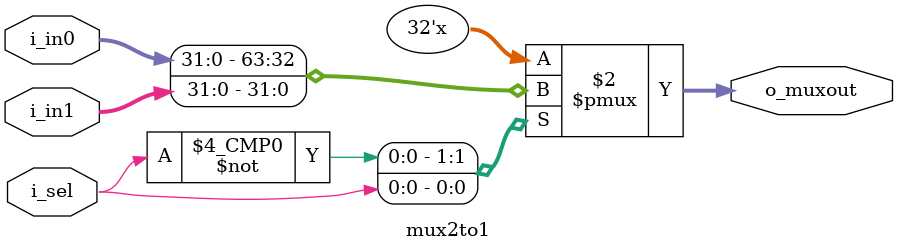
<source format=sv>
module mux2to1 #(
    parameter MUX_DATA_WIDTH = 32
) (
    input logic i_sel,  // Select input
    input logic [MUX_DATA_WIDTH-1:0] i_in0,  // Input
    input logic [MUX_DATA_WIDTH-1:0] i_in1,  // Input
    output logic [MUX_DATA_WIDTH-1:0] o_muxout  // Output
);
  always_comb begin
    case (i_sel)
      1'b0: o_muxout = i_in0;
      1'b1: o_muxout = i_in1;
      default: o_muxout = 'x;
    endcase
  end
endmodule


</source>
